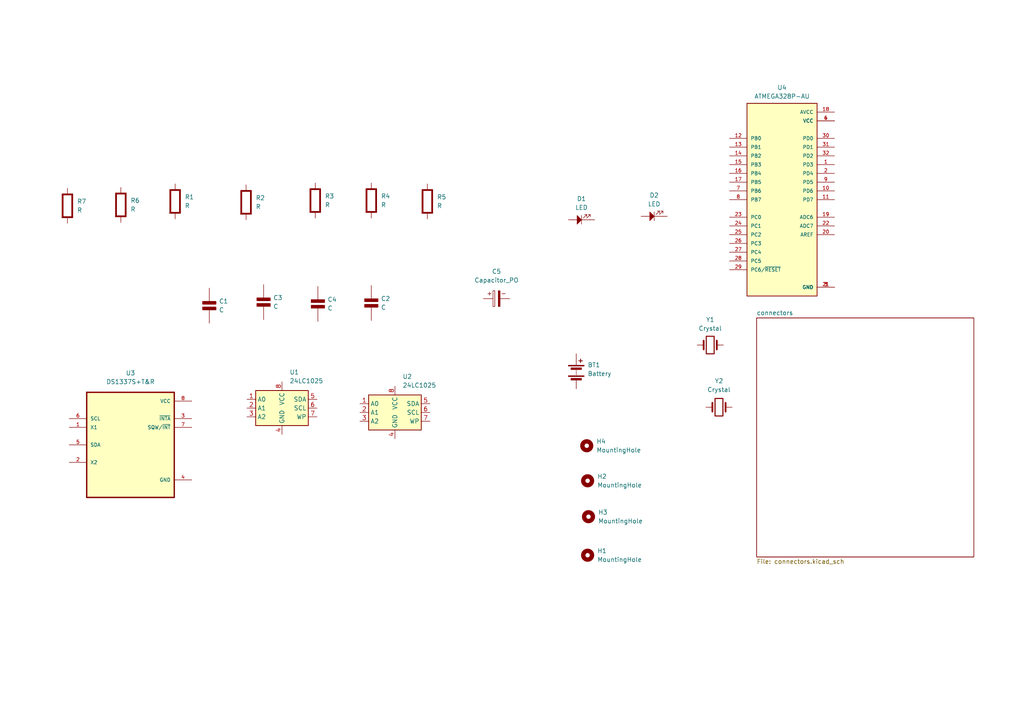
<source format=kicad_sch>
(kicad_sch (version 20231120) (generator "eeschema") (generator_version "8.0")
  (paper "A4")
  (title_block (title "MCU_Datalogger") (date "2024-12-06") (company "ABDELMOGHIT MARZAK"))
  (lib_symbols
    (symbol "ATMEGA328P-AU:ATMEGA328P-AU" (pin_names (offset 1.016))
      (property "Reference" "U" (at -10.1854 29.2608 0))
      (property "Value" "ATMEGA328P-AU" (at -10.16 -31.7754 0))
      (symbol "ATMEGA328P-AU_0_0"
        (rectangle (start -10.16 -27.94) (end 10.16 27.94) (stroke (width 0.254)) (fill (type background)))
        (pin bidirectional line (at 15.24 10.16 180) (length 5.08) (name "PD3") (number "1"))
        (pin bidirectional line (at 15.24 2.54 180) (length 5.08) (name "PD6") (number "10"))
        (pin bidirectional line (at 15.24 0 180) (length 5.08) (name "PD7") (number "11"))
        (pin bidirectional line (at -15.24 17.78 0) (length 5.08) (name "PB0") (number "12"))
        (pin bidirectional line (at -15.24 15.24 0) (length 5.08) (name "PB1") (number "13"))
        (pin bidirectional line (at -15.24 12.7 0) (length 5.08) (name "PB2") (number "14"))
        (pin bidirectional line (at -15.24 10.16 0) (length 5.08) (name "PB3") (number "15"))
        (pin bidirectional line (at -15.24 7.62 0) (length 5.08) (name "PB4") (number "16"))
        (pin bidirectional line (at -15.24 5.08 0) (length 5.08) (name "PB5") (number "17"))
        (pin power_in line (at 15.24 25.4 180) (length 5.08) (name "AVCC") (number "18"))
        (pin bidirectional line (at 15.24 -5.08 180) (length 5.08) (name "ADC6") (number "19"))
        (pin bidirectional line (at 15.24 7.62 180) (length 5.08) (name "PD4") (number "2"))
        (pin input line (at 15.24 -10.16 180) (length 5.08) (name "AREF") (number "20"))
        (pin power_in line (at 15.24 -25.4 180) (length 5.08) (name "GND") (number "21"))
        (pin bidirectional line (at 15.24 -7.62 180) (length 5.08) (name "ADC7") (number "22"))
        (pin bidirectional line (at -15.24 -5.08 0) (length 5.08) (name "PC0") (number "23"))
        (pin bidirectional line (at -15.24 -7.62 0) (length 5.08) (name "PC1") (number "24"))
        (pin bidirectional line (at -15.24 -10.16 0) (length 5.08) (name "PC2") (number "25"))
        (pin bidirectional line (at -15.24 -12.7 0) (length 5.08) (name "PC3") (number "26"))
        (pin bidirectional line (at -15.24 -15.24 0) (length 5.08) (name "PC4") (number "27"))
        (pin bidirectional line (at -15.24 -17.78 0) (length 5.08) (name "PC5") (number "28"))
        (pin bidirectional line (at -15.24 -20.32 0) (length 5.08) (name "PC6/~{RESET}") (number "29"))
        (pin power_in line (at 15.24 -25.4 180) (length 5.08) (name "GND") (number "3"))
        (pin bidirectional line (at 15.24 17.78 180) (length 5.08) (name "PD0") (number "30"))
        (pin bidirectional line (at 15.24 15.24 180) (length 5.08) (name "PD1") (number "31"))
        (pin bidirectional line (at 15.24 12.7 180) (length 5.08) (name "PD2") (number "32"))
        (pin power_in line (at 15.24 22.86 180) (length 5.08) (name "VCC") (number "4"))
        (pin power_in line (at 15.24 -25.4 180) (length 5.08) (name "GND") (number "5"))
        (pin power_in line (at 15.24 22.86 180) (length 5.08) (name "VCC") (number "6"))
        (pin bidirectional line (at -15.24 2.54 0) (length 5.08) (name "PB6") (number "7"))
        (pin bidirectional line (at -15.24 0 0) (length 5.08) (name "PB7") (number "8"))
        (pin bidirectional line (at 15.24 5.08 180) (length 5.08) (name "PD5") (number "9"))
      )
    )
    (symbol "DS1337S_T_R:DS1337S+T&R" (pin_names (offset 1.016))
      (property "Reference" "U" (at -12.7 16.2306 0))
      (property "Value" "DS1337S+T&R" (at -12.7 -19.2278 0))
      (symbol "DS1337S+T&R_0_0"
        (rectangle (start -12.7 -15.24) (end 12.7 15.24) (stroke (width 0.4064)) (fill (type background)))
        (pin input line (at -17.78 5.08 0) (length 5.08) (name "X1") (number "1"))
        (pin bidirectional line (at -17.78 -5.08 0) (length 5.08) (name "X2") (number "2"))
        (pin output line (at 17.78 7.62 180) (length 5.08) (name "~{INTA}") (number "3"))
        (pin power_in line (at 17.78 -10.16 180) (length 5.08) (name "GND") (number "4"))
        (pin bidirectional line (at -17.78 0 0) (length 5.08) (name "SDA") (number "5"))
        (pin input line (at -17.78 7.62 0) (length 5.08) (name "SCL") (number "6"))
        (pin output line (at 17.78 5.08 180) (length 5.08) (name "SQW/~{INT}") (number "7"))
        (pin power_in line (at 17.78 12.7 180) (length 5.08) (name "VCC") (number "8"))
      )
    )
    (symbol "Device:Battery" (pin_numbers hide) (pin_names (offset 0) hide)
      (property "Reference" "BT" (at 2.54 2.54 0))
      (property "Value" "Battery" (at 2.54 0 0))
      (symbol "Battery_0_1"
        (rectangle (start -2.286 -1.27) (end 2.286 -1.524) (fill (type outline)))
        (rectangle (start -2.286 1.778) (end 2.286 1.524) (fill (type outline)))
        (rectangle (start -1.524 -2.032) (end 1.524 -2.54) (fill (type outline)))
        (rectangle (start -1.524 1.016) (end 1.524 0.508) (fill (type outline)))
        (polyline (pts (xy 0 -1.016) (xy 0 -0.762)))
        (polyline (pts (xy 0 -0.508) (xy 0 -0.254)))
        (polyline (pts (xy 0 0) (xy 0 0.254)))
        (polyline (pts (xy 0 1.778) (xy 0 2.54)))
        (polyline (pts (xy 0.762 3.048) (xy 1.778 3.048)) (stroke (width 0.254)))
        (polyline (pts (xy 1.27 3.556) (xy 1.27 2.54)) (stroke (width 0.254)))
      )
      (symbol "Battery_1_1"
        (pin passive line (at 0 5.08 270) (length 2.54) (name "+") (number "1"))
        (pin passive line (at 0 -5.08 90) (length 2.54) (name "-") (number "2"))
      )
    )
    (symbol "Device:Crystal" (pin_numbers hide) (pin_names (offset 1.016) hide)
      (property "Reference" "Y" (at 0 3.81 0))
      (property "Value" "Crystal" (at 0 -3.81 0))
      (symbol "Crystal_0_1"
        (rectangle (start -1.143 2.54) (end 1.143 -2.54) (stroke (width 0.3048)))
        (polyline (pts (xy -2.54 0) (xy -1.905 0)))
        (polyline (pts (xy -1.905 -1.27) (xy -1.905 1.27)) (stroke (width 0.508)))
        (polyline (pts (xy 1.905 -1.27) (xy 1.905 1.27)) (stroke (width 0.508)))
        (polyline (pts (xy 2.54 0) (xy 1.905 0)))
      )
      (symbol "Crystal_1_1"
        (pin passive line (at -3.81 0 0) (length 1.27) (name "1") (number "1"))
        (pin passive line (at 3.81 0 180) (length 1.27) (name "2") (number "2"))
      )
    )
    (symbol "Mechanical:MountingHole" (pin_names (offset 1.016)) (exclude_from_sim yes) (in_bom no)
      (property "Reference" "H" (at 0 5.08 0))
      (property "Value" "MountingHole" (at 0 3.175 0))
      (symbol "MountingHole_0_1"
        (circle (center 0 0) (radius 1.27) (stroke (width 1.27)))
      )
    )
    (symbol "Memory_EEPROM:24LC1025"
      (property "Reference" "U" (at -6.35 6.35 0))
      (property "Value" "24LC1025" (at 1.27 6.35 0))
      (symbol "24LC1025_1_1"
        (rectangle (start -7.62 5.08) (end 7.62 -5.08) (stroke (width 0.254)) (fill (type background)))
        (pin input line (at -10.16 2.54 0) (length 2.54) (name "A0") (number "1"))
        (pin input line (at -10.16 0 0) (length 2.54) (name "A1") (number "2"))
        (pin input line (at -10.16 -2.54 0) (length 2.54) (name "A2") (number "3"))
        (pin power_in line (at 0 -7.62 90) (length 2.54) (name "GND") (number "4"))
        (pin bidirectional line (at 10.16 2.54 180) (length 2.54) (name "SDA") (number "5"))
        (pin input line (at 10.16 0 180) (length 2.54) (name "SCL") (number "6"))
        (pin input line (at 10.16 -2.54 180) (length 2.54) (name "WP") (number "7"))
        (pin power_in line (at 0 7.62 270) (length 2.54) (name "VCC") (number "8"))
      )
    )
    (symbol "PCM_Elektuur:C" (pin_numbers hide) (pin_names (offset 0) hide)
      (property "Reference" "C" (at 0.635 3.175 0))
      (property "Value" "C" (at 0.635 -3.175 0))
      (symbol "C_1_1"
        (rectangle (start -1.905 -0.4318) (end 1.905 -1.1938) (stroke (width 0.254)) (fill (type outline)))
        (rectangle (start -1.905 1.1938) (end 1.905 0.4318) (stroke (width 0.254)) (fill (type outline)))
        (pin passive line (at 0 5.08 270) (length 3.8862) (name "+") (number "1"))
        (pin passive line (at 0 -5.08 90) (length 3.8862) (name "-") (number "2"))
      )
      (symbol "C_1_2"
        (polyline (pts (xy -1.905 -1.4986) (xy 1.905 -1.4986) (xy 1.905 -0.4318) (xy -1.905 -0.4318) (xy -1.905 -1.4986) (xy -1.8034 -1.397) (xy -1.8034 -0.5334) (xy 1.8034 -0.5334) (xy 1.8034 -1.397) (xy -1.8034 -1.397) (xy -1.905 -1.4986)) (stroke (width 0.254)) (fill (type outline)))
        (polyline (pts (xy -1.905 0.4318) (xy 1.905 0.4318) (xy 1.905 1.4986) (xy -1.905 1.4986) (xy -1.905 0.4318) (xy -1.8034 0.5334) (xy -1.8034 1.397) (xy 1.8034 1.397) (xy 1.8034 0.5334) (xy -1.8034 0.5334) (xy -1.905 0.4318)) (stroke (width 0.254)) (fill (type outline)))
        (pin passive line (at 0 5.08 270) (length 3.5814) (name "+") (number "1"))
        (pin passive line (at 0 -5.08 90) (length 3.5814) (name "-") (number "2"))
      )
    )
    (symbol "PCM_Elektuur:R" (pin_numbers hide) (pin_names (offset 0) hide)
      (property "Reference" "R" (at 2.54 3.175 0))
      (property "Value" "R" (at 0 0 90))
      (symbol "R_1_1"
        (polyline (pts (xy -1.524 -3.429) (xy 1.524 -3.429) (xy 1.524 3.429) (xy -1.524 3.429) (xy -1.524 -3.429) (xy -1.27 -3.175) (xy -1.27 3.175) (xy 1.27 3.175) (xy 1.27 -3.175) (xy -1.27 -3.175) (xy -1.524 -3.429)) (stroke (width 0.254)) (fill (type outline)))
        (pin passive line (at 0 5.08 270) (length 1.651) (name "+") (number "1"))
        (pin passive line (at 0 -5.08 90) (length 1.651) (name "-") (number "2"))
      )
      (symbol "R_1_2"
        (polyline (pts (xy -0.508 -3.429) (xy 1.524 -3.429) (xy 1.524 3.429) (xy -0.508 3.429) (xy -0.508 3.175) (xy 1.27 3.175) (xy 1.27 -3.175) (xy -0.508 -3.175) (xy -0.508 -3.429)) (stroke (width 0.254)) (fill (type outline)))
        (pin passive line (at 0 5.08 270) (length 1.651) (name "+") (number "1"))
        (pin passive line (at 0 -5.08 90) (length 1.651) (name "-") (number "2"))
      )
      (symbol "R_1_3"
        (polyline (pts (xy 0 3.4798) (xy 0 3.2004) (xy 0.7112 2.794) (xy -1.1938 1.6764) (xy 0.7112 0.5588) (xy -1.1938 -0.5588) (xy 0.7112 -1.6764) (xy -1.1938 -2.794) (xy 0 -3.4798) (xy 0 -3.2004) (xy -0.7112 -2.794) (xy 1.1938 -1.6764) (xy -0.7112 -0.5588) (xy 1.1938 0.5588) (xy -0.7112 1.6764) (xy 1.1938 2.794) (xy 0 3.4798)) (stroke (width 0.254)) (fill (type outline)))
        (pin passive line (at 0 5.08 270) (length 1.6002) (name "+") (number "1"))
        (pin passive line (at 0 -5.08 90) (length 1.6002) (name "-") (number "2"))
      )
      (symbol "R_1_4"
        (polyline (pts (xy 0 4.5466) (xy 0 4.2672) (xy 0.0508 4.2418) (xy 1.016 3.683) (xy -1.524 2.2098) (xy 1.016 0.7366) (xy -1.524 -0.7366) (xy 1.016 -2.2098) (xy -1.524 -3.683) (xy -0.0762 -4.5212) (xy 0 -4.5466) (xy 0 -4.2672) (xy -0.0508 -4.2418) (xy -1.016 -3.683) (xy 1.524 -2.2098) (xy -1.016 -0.7366) (xy 1.524 0.7366) (xy -1.016 2.2098) (xy 1.524 3.683) (xy 0.0762 4.5212) (xy 0 4.5466)) (stroke (width 0.254)) (fill (type outline)))
        (pin passive line (at 0 5.08 270) (length 0.5334) (name "+") (number "1"))
        (pin passive line (at 0 -5.08 90) (length 0.5334) (name "-") (number "2"))
      )
    )
    (symbol "PCM_SL_Devices:Capacitor_PO"
      (property "Reference" "C" (at 0 7.62 0))
      (property "Value" "Capacitor_PO" (at 0 5.08 0))
      (symbol "Capacitor_PO_0_0"
        (text "+" (at -2.032 1.524 0) (effects (font (size 1.27 1.27))))
        (text "-" (at 2.032 1.524 0) (effects (font (size 1.27 1.27))))
      )
      (symbol "Capacitor_PO_0_1"
        (rectangle (start -1.016 -2.286) (end -0.508 2.286))
        (rectangle (start 0.508 -2.286) (end 1.016 2.286) (fill (type outline)))
      )
      (symbol "Capacitor_PO_1_1"
        (pin passive line (at -3.81 0 0) (length 2.7) (name "~") (number "1"))
        (pin input line (at 3.81 0 180) (length 2.7) (name "~") (number "2"))
      )
    )
    (symbol "PCM_SL_Devices:LED"
      (property "Reference" "D" (at -0.508 5.334 0))
      (property "Value" "LED" (at -0.508 2.794 0))
      (symbol "LED_0_1"
        (polyline (pts (xy -1.27 0) (xy -2.54 0)))
        (polyline (pts (xy 0 1.27) (xy 0 -1.27)))
        (polyline (pts (xy 0.508 0.508) (xy 1.524 1.524)))
        (polyline (pts (xy 1.27 0) (xy 2.54 0)))
        (polyline (pts (xy 1.524 0.508) (xy 2.54 1.524)))
        (polyline (pts (xy 1.524 1.524) (xy 0.889 1.524)))
        (polyline (pts (xy 1.524 1.524) (xy 1.524 0.889)))
        (polyline (pts (xy 2.54 1.524) (xy 1.905 1.524)))
        (polyline (pts (xy 2.54 1.524) (xy 2.54 0.889)))
        (polyline (pts (xy 0 0) (xy -1.27 -1.27) (xy -1.27 1.27) (xy 0 0) (xy 1.27 0)) (fill (type outline)))
      )
      (symbol "LED_1_1"
        (pin passive line (at 3.81 0 180) (length 1.5) (name "~") (number "1"))
        (pin passive line (at -3.81 0 0) (length 1.5) (name "") (number "2"))
      )
    )
  )
  (symbol (lib_id "Mechanical:MountingHole") (at 170.688 149.86 0) (unit 1) (exclude_from_sim yes) (in_bom no)
    (property "Reference" "H3" (at 173.482 148.5899 0) (effects (justify left)))
    (property "Value" "MountingHole" (at 173.482 151.1299 0) (effects (justify left)))
    (property "Description" "Mounting Hole without connection" (effects (hide yes)))
  )
  (symbol (lib_id "PCM_SL_Devices:LED") (at 168.656 63.754 0) (unit 1)
    (property "Reference" "D1" (at 168.656 57.658 0))
    (property "Value" "LED" (at 168.656 60.198 0))
    (property "Footprint" "LED_THT:LED_D5.0mm" (effects (hide yes)))
    (property "Description" "Common 5mm diameter LED" (effects (hide yes)))
  )
  (symbol (lib_id "PCM_Elektuur:R") (at 35.052 59.436 0) (unit 1)
    (property "Reference" "R6" (at 37.846 58.1659 0) (effects (justify left)))
    (property "Value" "R" (at 37.846 60.7059 0) (effects (justify left)))
    (property "Description" "resistor" (effects (hide yes)))
    (property "Indicator" "+" (effects (hide yes)))
    (property "Rating" "W" (effects (hide yes)))
  )
  (symbol (lib_id "PCM_Elektuur:R") (at 71.374 58.674 0) (unit 1)
    (property "Reference" "R2" (at 74.168 57.4039 0) (effects (justify left)))
    (property "Value" "R" (at 74.168 59.9439 0) (effects (justify left)))
    (property "Description" "resistor" (effects (hide yes)))
    (property "Indicator" "+" (effects (hide yes)))
    (property "Rating" "W" (effects (hide yes)))
  )
  (symbol (lib_id "PCM_Elektuur:R") (at 107.696 58.166 0) (unit 1)
    (property "Reference" "R4" (at 110.49 56.8959 0) (effects (justify left)))
    (property "Value" "R" (at 110.49 59.4359 0) (effects (justify left)))
    (property "Description" "resistor" (effects (hide yes)))
    (property "Indicator" "+" (effects (hide yes)))
    (property "Rating" "W" (effects (hide yes)))
  )
  (symbol (lib_id "Memory_EEPROM:24LC1025") (at 81.788 118.364 0) (unit 1)
    (property "Reference" "U1" (at 83.9821 107.95 0) (effects (justify left)))
    (property "Value" "24LC1025" (at 83.9821 110.49 0) (effects (justify left)))
    (property "Datasheet" "http://ww1.microchip.com/downloads/en/DeviceDoc/21941B.pdf" (effects (hide yes)))
    (property "Description" "I2C Serial EEPROM, 1024Kb, DIP-8/SOIC-8/TSSOP-8/DFN-8" (effects (hide yes)))
  )
  (symbol (lib_id "PCM_Elektuur:C") (at 60.706 88.646 0) (unit 1)
    (property "Reference" "C1" (at 63.5 87.3759 0) (effects (justify left)))
    (property "Value" "C" (at 63.5 89.9159 0) (effects (justify left)))
    (property "Description" "capacitor, non-polarized/bipolar" (effects (hide yes)))
    (property "Indicator" "+" (effects (hide yes)))
    (property "Rating" "V" (effects (hide yes)))
  )
  (symbol (lib_id "PCM_Elektuur:R") (at 19.558 59.69 0) (unit 1)
    (property "Reference" "R7" (at 22.352 58.4199 0) (effects (justify left)))
    (property "Value" "R" (at 22.352 60.9599 0) (effects (justify left)))
    (property "Description" "resistor" (effects (hide yes)))
    (property "Indicator" "+" (effects (hide yes)))
    (property "Rating" "W" (effects (hide yes)))
  )
  (symbol (lib_id "PCM_Elektuur:R") (at 123.952 58.42 0) (unit 1)
    (property "Reference" "R5" (at 126.746 57.1499 0) (effects (justify left)))
    (property "Value" "R" (at 126.746 59.6899 0) (effects (justify left)))
    (property "Description" "resistor" (effects (hide yes)))
    (property "Indicator" "+" (effects (hide yes)))
    (property "Rating" "W" (effects (hide yes)))
  )
  (symbol (lib_id "Device:Crystal") (at 205.994 100.076 0) (unit 1)
    (property "Reference" "Y1" (at 205.994 92.71 0))
    (property "Value" "Crystal" (at 205.994 95.25 0))
    (property "Description" "Two pin crystal" (effects (hide yes)))
  )
  (symbol (lib_id "PCM_Elektuur:R") (at 50.8 58.42 0) (unit 1)
    (property "Reference" "R1" (at 53.594 57.1499 0) (effects (justify left)))
    (property "Value" "R" (at 53.594 59.6899 0) (effects (justify left)))
    (property "Description" "resistor" (effects (hide yes)))
    (property "Indicator" "+" (effects (hide yes)))
    (property "Rating" "W" (effects (hide yes)))
  )
  (symbol (lib_id "PCM_SL_Devices:Capacitor_PO") (at 144.018 86.614 0) (unit 1)
    (property "Reference" "C5" (at 144.018 78.74 0))
    (property "Value" "Capacitor_PO" (at 144.018 81.28 0))
    (property "Footprint" "Capacitor_THT:CP_Radial_D5.0mm_P2.50mm" (effects (hide yes)))
    (property "Description" "Polarized Capacitor" (effects (hide yes)))
  )
  (symbol (lib_id "ATMEGA328P-AU:ATMEGA328P-AU") (at 226.822 57.912 0) (unit 1)
    (property "Reference" "U4" (at 226.822 25.4 0))
    (property "Value" "ATMEGA328P-AU" (at 226.822 27.94 0))
    (property "Footprint" "QFP80P900X900X120-32N" (effects (hide yes)))
    (property "MF" "Microchip" (effects (hide yes)))
    (property "MAXIMUM_PACKAGE_HEIGHT" "1.20mm" (effects (hide yes)))
    (property "Package" "TQFP-32 Microchip" (effects (hide yes)))
    (property "Price" "None" (effects (hide yes)))
    (property "Check_prices" "https://www.snapeda.com/parts/ATMEGA328P-AU/Microchip/view-part/?ref=eda" (effects (hide yes)))
    (property "STANDARD" "IPC-7351B" (effects (hide yes)))
    (property "PARTREV" "8271A" (effects (hide yes)))
    (property "SnapEDA_Link" "https://www.snapeda.com/parts/ATMEGA328P-AU/Microchip/view-part/?ref=snap" (effects (hide yes)))
    (property "MP" "ATMEGA328P-AU" (effects (hide yes)))
    (property "Description_1" "\\n                        \\n                            AVR AVR® ATmega Microcontroller IC 8-Bit 20MHz 32KB (16K x 16) FLASH 32-TQFP (7x7)\\n                        \\n" (effects (hide yes)))
    (property "Availability" "In Stock" (effects (hide yes)))
    (property "MANUFACTURER" "Microchip" (effects (hide yes)))
  )
  (symbol (lib_id "PCM_Elektuur:C") (at 92.202 88.138 0) (unit 1)
    (property "Reference" "C4" (at 94.996 86.8679 0) (effects (justify left)))
    (property "Value" "C" (at 94.996 89.4079 0) (effects (justify left)))
    (property "Description" "capacitor, non-polarized/bipolar" (effects (hide yes)))
    (property "Indicator" "+" (effects (hide yes)))
    (property "Rating" "V" (effects (hide yes)))
  )
  (symbol (lib_id "PCM_SL_Devices:LED") (at 189.738 62.738 0) (unit 1)
    (property "Reference" "D2" (at 189.738 56.642 0))
    (property "Value" "LED" (at 189.738 59.182 0))
    (property "Footprint" "LED_THT:LED_D5.0mm" (effects (hide yes)))
    (property "Description" "Common 5mm diameter LED" (effects (hide yes)))
  )
  (symbol (lib_id "Memory_EEPROM:24LC1025") (at 114.554 119.634 0) (unit 1)
    (property "Reference" "U2" (at 116.7481 109.22 0) (effects (justify left)))
    (property "Value" "24LC1025" (at 116.7481 111.76 0) (effects (justify left)))
    (property "Datasheet" "http://ww1.microchip.com/downloads/en/DeviceDoc/21941B.pdf" (effects (hide yes)))
    (property "Description" "I2C Serial EEPROM, 1024Kb, DIP-8/SOIC-8/TSSOP-8/DFN-8" (effects (hide yes)))
  )
  (symbol (lib_id "Mechanical:MountingHole") (at 170.434 139.446 0) (unit 1) (exclude_from_sim yes) (in_bom no)
    (property "Reference" "H2" (at 173.228 138.1759 0) (effects (justify left)))
    (property "Value" "MountingHole" (at 173.228 140.7159 0) (effects (justify left)))
    (property "Description" "Mounting Hole without connection" (effects (hide yes)))
  )
  (symbol (lib_id "PCM_Elektuur:R") (at 91.44 58.166 0) (unit 1)
    (property "Reference" "R3" (at 94.234 56.8959 0) (effects (justify left)))
    (property "Value" "R" (at 94.234 59.4359 0) (effects (justify left)))
    (property "Description" "resistor" (effects (hide yes)))
    (property "Indicator" "+" (effects (hide yes)))
    (property "Rating" "W" (effects (hide yes)))
  )
  (symbol (lib_id "PCM_Elektuur:C") (at 76.454 87.63 0) (unit 1)
    (property "Reference" "C3" (at 79.248 86.3599 0) (effects (justify left)))
    (property "Value" "C" (at 79.248 88.8999 0) (effects (justify left)))
    (property "Description" "capacitor, non-polarized/bipolar" (effects (hide yes)))
    (property "Indicator" "+" (effects (hide yes)))
    (property "Rating" "V" (effects (hide yes)))
  )
  (symbol (lib_id "Mechanical:MountingHole") (at 170.18 129.286 0) (unit 1) (exclude_from_sim yes) (in_bom no)
    (property "Reference" "H4" (at 172.974 128.0159 0) (effects (justify left)))
    (property "Value" "MountingHole" (at 172.974 130.5559 0) (effects (justify left)))
    (property "Description" "Mounting Hole without connection" (effects (hide yes)))
  )
  (symbol (lib_id "PCM_Elektuur:C") (at 107.696 87.884 0) (unit 1)
    (property "Reference" "C2" (at 110.49 86.6139 0) (effects (justify left)))
    (property "Value" "C" (at 110.49 89.1539 0) (effects (justify left)))
    (property "Description" "capacitor, non-polarized/bipolar" (effects (hide yes)))
    (property "Indicator" "+" (effects (hide yes)))
    (property "Rating" "V" (effects (hide yes)))
  )
  (symbol (lib_id "DS1337S_T_R:DS1337S+T&R") (at 37.846 129.032 0) (unit 1)
    (property "Reference" "U3" (at 37.846 108.204 0))
    (property "Value" "DS1337S+T&R" (at 37.846 110.744 0))
    (property "Footprint" "SOIC127P600X175-8N" (effects (hide yes)))
    (property "MF" "Analog Devices" (effects (hide yes)))
    (property "Description_1" "\\n                        \\n                            I²C Serial Real-Time Clock\\n                        \\n" (effects (hide yes)))
    (property "Package" "SOIC-8 Maxim" (effects (hide yes)))
    (property "Price" "None" (effects (hide yes)))
    (property "SnapEDA_Link" "https://www.snapeda.com/parts/DS1337S+T&R/Analog+Devices/view-part/?ref=snap" (effects (hide yes)))
    (property "MP" "DS1337S+T&amp;R" (effects (hide yes)))
    (property "Availability" "In Stock" (effects (hide yes)))
    (property "Check_prices" "https://www.snapeda.com/parts/DS1337S+T&R/Analog+Devices/view-part/?ref=eda" (effects (hide yes)))
  )
  (symbol (lib_id "Device:Crystal") (at 208.534 118.11 0) (unit 1)
    (property "Reference" "Y2" (at 208.534 110.49 0))
    (property "Value" "Crystal" (at 208.534 113.03 0))
    (property "Description" "Two pin crystal" (effects (hide yes)))
  )
  (symbol (lib_id "Mechanical:MountingHole") (at 170.434 161.036 0) (unit 1) (exclude_from_sim yes) (in_bom no)
    (property "Reference" "H1" (at 173.228 159.7659 0) (effects (justify left)))
    (property "Value" "MountingHole" (at 173.228 162.3059 0) (effects (justify left)))
    (property "Description" "Mounting Hole without connection" (effects (hide yes)))
  )
  (symbol (lib_id "Device:Battery") (at 167.132 107.696 0) (unit 1)
    (property "Reference" "BT1" (at 170.434 105.8544 0) (effects (justify left)))
    (property "Value" "Battery" (at 170.434 108.3944 0) (effects (justify left)))
    (property "Description" "Multiple-cell battery" (effects (hide yes)))
  )
  (sheet (at 219.456 92.202) (size 62.992 69.342) (stroke (width 0.1524))
    (property "Sheetname" "connectors" (at 219.456 91.4904 0) (effects (justify left bottom)))
    (property "Sheetfile" "connectors.kicad_sch" (at 219.456 162.1286 0) (effects (justify left top)))
  )
)
</source>
